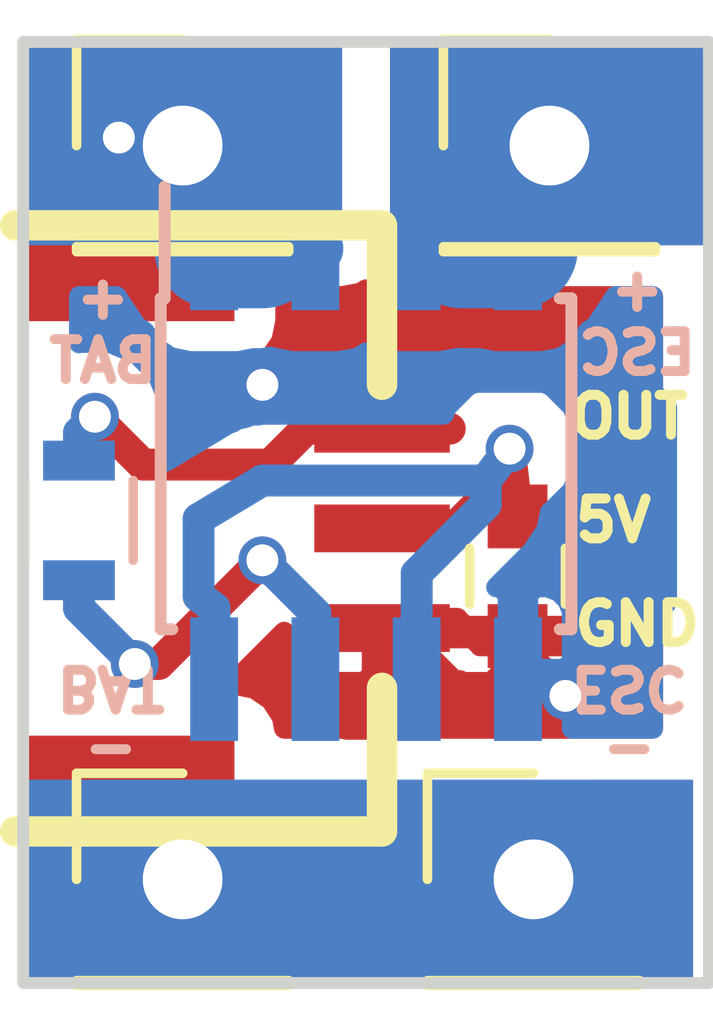
<source format=kicad_pcb>
(kicad_pcb (version 4) (host pcbnew 4.0.7-e2-6376~58~ubuntu16.04.1)

  (general
    (links 14)
    (no_connects 0)
    (area 160.724999 79.724999 169.475001 91.675001)
    (thickness 0.8)
    (drawings 11)
    (tracks 65)
    (zones 0)
    (modules 8)
    (nets 8)
  )

  (page A4)
  (layers
    (0 F.Cu signal)
    (31 B.Cu signal)
    (36 B.SilkS user)
    (37 F.SilkS user)
    (38 B.Mask user)
    (39 F.Mask user)
    (44 Edge.Cuts user)
  )

  (setup
    (last_trace_width 0.25)
    (user_trace_width 0.3)
    (user_trace_width 0.4)
    (user_trace_width 0.5)
    (user_trace_width 0.6)
    (user_trace_width 0.7)
    (user_trace_width 1.5)
    (user_trace_width 2)
    (trace_clearance 0.2)
    (zone_clearance 0.5)
    (zone_45_only no)
    (trace_min 0.2)
    (segment_width 0.2)
    (edge_width 0.15)
    (via_size 0.6)
    (via_drill 0.4)
    (via_min_size 0.4)
    (via_min_drill 0.3)
    (uvia_size 0.3)
    (uvia_drill 0.1)
    (uvias_allowed no)
    (uvia_min_size 0.2)
    (uvia_min_drill 0.1)
    (pcb_text_width 0.125)
    (pcb_text_size 0.5 0.5)
    (mod_edge_width 0.15)
    (mod_text_size 1 1)
    (mod_text_width 0.15)
    (pad_size 2.70002 1.00076)
    (pad_drill 0)
    (pad_to_mask_clearance 0.2)
    (aux_axis_origin 0 0)
    (visible_elements FFFFDF7F)
    (pcbplotparams
      (layerselection 0x00030_80000001)
      (usegerberextensions false)
      (excludeedgelayer true)
      (linewidth 0.100000)
      (plotframeref false)
      (viasonmask false)
      (mode 1)
      (useauxorigin false)
      (hpglpennumber 1)
      (hpglpenspeed 20)
      (hpglpendiameter 15)
      (hpglpenoverlay 2)
      (psnegative false)
      (psa4output false)
      (plotreference true)
      (plotvalue true)
      (plotinvisibletext false)
      (padsonsilk false)
      (subtractmaskfromsilk false)
      (outputformat 1)
      (mirror false)
      (drillshape 1)
      (scaleselection 1)
      (outputdirectory ""))
  )

  (net 0 "")
  (net 1 /GND)
  (net 2 /+5V)
  (net 3 /ESC_BATT_GND)
  (net 4 /ESC_OUT)
  (net 5 /BATT_IN)
  (net 6 /IOUT)
  (net 7 "Net-(R1-Pad2)")

  (net_class Default "This is the default net class."
    (clearance 0.2)
    (trace_width 0.25)
    (via_dia 0.6)
    (via_drill 0.4)
    (uvia_dia 0.3)
    (uvia_drill 0.1)
    (add_net /+5V)
    (add_net /BATT_IN)
    (add_net /ESC_BATT_GND)
    (add_net /ESC_OUT)
    (add_net /GND)
    (add_net /IOUT)
    (add_net "Net-(R1-Pad2)")
  )

  (module Capacitors_SMD:C_0603 (layer F.Cu) (tedit 5B2A202D) (tstamp 5B296024)
    (at 167 86.5 270)
    (descr "Capacitor SMD 0603, reflow soldering, AVX (see smccp.pdf)")
    (tags "capacitor 0603")
    (path /5B294D41)
    (attr smd)
    (fp_text reference C1 (at 0 -1.5 270) (layer F.SilkS) hide
      (effects (font (size 1 1) (thickness 0.15)))
    )
    (fp_text value C (at 0 1.5 270) (layer F.Fab) hide
      (effects (font (size 1 1) (thickness 0.15)))
    )
    (fp_line (start 1.4 0.65) (end -1.4 0.65) (layer F.CrtYd) (width 0.05))
    (fp_line (start 1.4 0.65) (end 1.4 -0.65) (layer F.CrtYd) (width 0.05))
    (fp_line (start -1.4 -0.65) (end -1.4 0.65) (layer F.CrtYd) (width 0.05))
    (fp_line (start -1.4 -0.65) (end 1.4 -0.65) (layer F.CrtYd) (width 0.05))
    (fp_line (start 0.35 0.6) (end -0.35 0.6) (layer F.SilkS) (width 0.12))
    (fp_line (start -0.35 -0.6) (end 0.35 -0.6) (layer F.SilkS) (width 0.12))
    (fp_line (start -0.8 -0.4) (end 0.8 -0.4) (layer F.Fab) (width 0.1))
    (fp_line (start 0.8 -0.4) (end 0.8 0.4) (layer F.Fab) (width 0.1))
    (fp_line (start 0.8 0.4) (end -0.8 0.4) (layer F.Fab) (width 0.1))
    (fp_line (start -0.8 0.4) (end -0.8 -0.4) (layer F.Fab) (width 0.1))
    (fp_text user %R (at 0 0 270) (layer F.Fab) hide
      (effects (font (size 0.3 0.3) (thickness 0.075)))
    )
    (pad 2 smd rect (at 0.75 0 270) (size 0.8 0.75) (layers F.Cu F.Mask)
      (net 1 /GND))
    (pad 1 smd rect (at -0.75 0 270) (size 0.8 0.75) (layers F.Cu F.Mask)
      (net 2 /+5V))
    (model Capacitors_SMD.3dshapes/C_0603.wrl
      (at (xyz 0 0 0))
      (scale (xyz 1 1 1))
      (rotate (xyz 0 0 0))
    )
  )

  (module Pin_Headers:Pin_Header_Straight_1x01_Pitch2.54mm (layer F.Cu) (tedit 5B2A20B9) (tstamp 5B296029)
    (at 167.2 90.3)
    (descr "Through hole straight pin header, 1x01, 2.54mm pitch, single row")
    (tags "Through hole pin header THT 1x01 2.54mm single row")
    (path /5B295057)
    (fp_text reference J1 (at 0 -2.33) (layer F.SilkS) hide
      (effects (font (size 1 1) (thickness 0.15)))
    )
    (fp_text value PAD (at 0 2.33) (layer F.Fab) hide
      (effects (font (size 1 1) (thickness 0.15)))
    )
    (fp_line (start -0.635 -1.27) (end 1.27 -1.27) (layer F.Fab) (width 0.1))
    (fp_line (start 1.27 -1.27) (end 1.27 1.27) (layer F.Fab) (width 0.1))
    (fp_line (start 1.27 1.27) (end -1.27 1.27) (layer F.Fab) (width 0.1))
    (fp_line (start -1.27 1.27) (end -1.27 -0.635) (layer F.Fab) (width 0.1))
    (fp_line (start -1.27 -0.635) (end -0.635 -1.27) (layer F.Fab) (width 0.1))
    (fp_line (start -1.33 1.33) (end 1.33 1.33) (layer F.SilkS) (width 0.12))
    (fp_line (start -1.33 1.27) (end -1.33 1.33) (layer F.SilkS) (width 0.12))
    (fp_line (start 1.33 1.27) (end 1.33 1.33) (layer F.SilkS) (width 0.12))
    (fp_line (start -1.33 1.27) (end 1.33 1.27) (layer F.SilkS) (width 0.12))
    (fp_line (start -1.33 0) (end -1.33 -1.33) (layer F.SilkS) (width 0.12))
    (fp_line (start -1.33 -1.33) (end 0 -1.33) (layer F.SilkS) (width 0.12))
    (fp_line (start -1.8 -1.8) (end -1.8 1.8) (layer F.CrtYd) (width 0.05))
    (fp_line (start -1.8 1.8) (end 1.8 1.8) (layer F.CrtYd) (width 0.05))
    (fp_line (start 1.8 1.8) (end 1.8 -1.8) (layer F.CrtYd) (width 0.05))
    (fp_line (start 1.8 -1.8) (end -1.8 -1.8) (layer F.CrtYd) (width 0.05))
    (fp_text user %R (at 0 0 90) (layer F.Fab) hide
      (effects (font (size 1 1) (thickness 0.15)))
    )
    (pad 1 thru_hole rect (at 0 0) (size 4 2.5) (drill 1) (layers *.Cu *.Mask)
      (net 3 /ESC_BATT_GND))
    (model ${KISYS3DMOD}/Pin_Headers.3dshapes/Pin_Header_Straight_1x01_Pitch2.54mm.wrl
      (at (xyz 0 0 0))
      (scale (xyz 1 1 1))
      (rotate (xyz 0 0 0))
    )
  )

  (module Pin_Headers:Pin_Header_Straight_1x01_Pitch2.54mm (layer F.Cu) (tedit 5B2A27FA) (tstamp 5B29602E)
    (at 167.4 81.1)
    (descr "Through hole straight pin header, 1x01, 2.54mm pitch, single row")
    (tags "Through hole pin header THT 1x01 2.54mm single row")
    (path /5B294EC0)
    (fp_text reference J2 (at 0 -2.33) (layer F.SilkS) hide
      (effects (font (size 1 1) (thickness 0.15)))
    )
    (fp_text value PAD (at 0 2.33) (layer F.Fab) hide
      (effects (font (size 1 1) (thickness 0.15)))
    )
    (fp_line (start -0.635 -1.27) (end 1.27 -1.27) (layer F.Fab) (width 0.1))
    (fp_line (start 1.27 -1.27) (end 1.27 1.27) (layer F.Fab) (width 0.1))
    (fp_line (start 1.27 1.27) (end -1.27 1.27) (layer F.Fab) (width 0.1))
    (fp_line (start -1.27 1.27) (end -1.27 -0.635) (layer F.Fab) (width 0.1))
    (fp_line (start -1.27 -0.635) (end -0.635 -1.27) (layer F.Fab) (width 0.1))
    (fp_line (start -1.33 1.33) (end 1.33 1.33) (layer F.SilkS) (width 0.12))
    (fp_line (start -1.33 1.27) (end -1.33 1.33) (layer F.SilkS) (width 0.12))
    (fp_line (start 1.33 1.27) (end 1.33 1.33) (layer F.SilkS) (width 0.12))
    (fp_line (start -1.33 1.27) (end 1.33 1.27) (layer F.SilkS) (width 0.12))
    (fp_line (start -1.33 0) (end -1.33 -1.33) (layer F.SilkS) (width 0.12))
    (fp_line (start -1.33 -1.33) (end 0 -1.33) (layer F.SilkS) (width 0.12))
    (fp_line (start -1.8 -1.8) (end -1.8 1.8) (layer F.CrtYd) (width 0.05))
    (fp_line (start -1.8 1.8) (end 1.8 1.8) (layer F.CrtYd) (width 0.05))
    (fp_line (start 1.8 1.8) (end 1.8 -1.8) (layer F.CrtYd) (width 0.05))
    (fp_line (start 1.8 -1.8) (end -1.8 -1.8) (layer F.CrtYd) (width 0.05))
    (fp_text user %R (at 0 0 90) (layer F.Fab) hide
      (effects (font (size 1 1) (thickness 0.15)))
    )
    (pad 1 thru_hole rect (at 0 0) (size 4 2.5) (drill 1) (layers *.Cu *.Mask)
      (net 4 /ESC_OUT))
    (model ${KISYS3DMOD}/Pin_Headers.3dshapes/Pin_Header_Straight_1x01_Pitch2.54mm.wrl
      (at (xyz 0 0 0))
      (scale (xyz 1 1 1))
      (rotate (xyz 0 0 0))
    )
  )

  (module Pin_Headers:Pin_Header_Straight_1x01_Pitch2.54mm (layer F.Cu) (tedit 5B2A1FC4) (tstamp 5B296033)
    (at 162.8 90.3)
    (descr "Through hole straight pin header, 1x01, 2.54mm pitch, single row")
    (tags "Through hole pin header THT 1x01 2.54mm single row")
    (path /5B294F6B)
    (fp_text reference J3 (at 0 -2.33) (layer F.SilkS) hide
      (effects (font (size 1 1) (thickness 0.15)))
    )
    (fp_text value PAD (at 0 2.33) (layer F.Fab) hide
      (effects (font (size 1 1) (thickness 0.15)))
    )
    (fp_line (start -0.635 -1.27) (end 1.27 -1.27) (layer F.Fab) (width 0.1))
    (fp_line (start 1.27 -1.27) (end 1.27 1.27) (layer F.Fab) (width 0.1))
    (fp_line (start 1.27 1.27) (end -1.27 1.27) (layer F.Fab) (width 0.1))
    (fp_line (start -1.27 1.27) (end -1.27 -0.635) (layer F.Fab) (width 0.1))
    (fp_line (start -1.27 -0.635) (end -0.635 -1.27) (layer F.Fab) (width 0.1))
    (fp_line (start -1.33 1.33) (end 1.33 1.33) (layer F.SilkS) (width 0.12))
    (fp_line (start -1.33 1.27) (end -1.33 1.33) (layer F.SilkS) (width 0.12))
    (fp_line (start 1.33 1.27) (end 1.33 1.33) (layer F.SilkS) (width 0.12))
    (fp_line (start -1.33 1.27) (end 1.33 1.27) (layer F.SilkS) (width 0.12))
    (fp_line (start -1.33 0) (end -1.33 -1.33) (layer F.SilkS) (width 0.12))
    (fp_line (start -1.33 -1.33) (end 0 -1.33) (layer F.SilkS) (width 0.12))
    (fp_line (start -1.8 -1.8) (end -1.8 1.8) (layer F.CrtYd) (width 0.05))
    (fp_line (start -1.8 1.8) (end 1.8 1.8) (layer F.CrtYd) (width 0.05))
    (fp_line (start 1.8 1.8) (end 1.8 -1.8) (layer F.CrtYd) (width 0.05))
    (fp_line (start 1.8 -1.8) (end -1.8 -1.8) (layer F.CrtYd) (width 0.05))
    (fp_text user %R (at 0 0 90) (layer F.Fab) hide
      (effects (font (size 1 1) (thickness 0.15)))
    )
    (pad 1 thru_hole rect (at 0 0) (size 4 2.5) (drill 1) (layers *.Cu *.Mask)
      (net 3 /ESC_BATT_GND))
    (model ${KISYS3DMOD}/Pin_Headers.3dshapes/Pin_Header_Straight_1x01_Pitch2.54mm.wrl
      (at (xyz 0 0 0))
      (scale (xyz 1 1 1))
      (rotate (xyz 0 0 0))
    )
  )

  (module Pin_Headers:Pin_Header_Straight_1x01_Pitch2.54mm (layer F.Cu) (tedit 5B2A2019) (tstamp 5B296038)
    (at 162.8 81.1)
    (descr "Through hole straight pin header, 1x01, 2.54mm pitch, single row")
    (tags "Through hole pin header THT 1x01 2.54mm single row")
    (path /5B294FD2)
    (fp_text reference J4 (at 0 -2.33) (layer F.SilkS) hide
      (effects (font (size 1 1) (thickness 0.15)))
    )
    (fp_text value PAD (at 0 2.33) (layer F.Fab) hide
      (effects (font (size 1 1) (thickness 0.15)))
    )
    (fp_line (start -0.635 -1.27) (end 1.27 -1.27) (layer F.Fab) (width 0.1))
    (fp_line (start 1.27 -1.27) (end 1.27 1.27) (layer F.Fab) (width 0.1))
    (fp_line (start 1.27 1.27) (end -1.27 1.27) (layer F.Fab) (width 0.1))
    (fp_line (start -1.27 1.27) (end -1.27 -0.635) (layer F.Fab) (width 0.1))
    (fp_line (start -1.27 -0.635) (end -0.635 -1.27) (layer F.Fab) (width 0.1))
    (fp_line (start -1.33 1.33) (end 1.33 1.33) (layer F.SilkS) (width 0.12))
    (fp_line (start -1.33 1.27) (end -1.33 1.33) (layer F.SilkS) (width 0.12))
    (fp_line (start 1.33 1.27) (end 1.33 1.33) (layer F.SilkS) (width 0.12))
    (fp_line (start -1.33 1.27) (end 1.33 1.27) (layer F.SilkS) (width 0.12))
    (fp_line (start -1.33 0) (end -1.33 -1.33) (layer F.SilkS) (width 0.12))
    (fp_line (start -1.33 -1.33) (end 0 -1.33) (layer F.SilkS) (width 0.12))
    (fp_line (start -1.8 -1.8) (end -1.8 1.8) (layer F.CrtYd) (width 0.05))
    (fp_line (start -1.8 1.8) (end 1.8 1.8) (layer F.CrtYd) (width 0.05))
    (fp_line (start 1.8 1.8) (end 1.8 -1.8) (layer F.CrtYd) (width 0.05))
    (fp_line (start 1.8 -1.8) (end -1.8 -1.8) (layer F.CrtYd) (width 0.05))
    (fp_text user %R (at 0 0 90) (layer F.Fab) hide
      (effects (font (size 1 1) (thickness 0.15)))
    )
    (pad 1 thru_hole rect (at 0 0) (size 4 2.5) (drill 1) (layers *.Cu *.Mask)
      (net 5 /BATT_IN))
    (model ${KISYS3DMOD}/Pin_Headers.3dshapes/Pin_Header_Straight_1x01_Pitch2.54mm.wrl
      (at (xyz 0 0 0))
      (scale (xyz 1 1 1))
      (rotate (xyz 0 0 0))
    )
  )

  (module jst_gh3_horz:JST_GH3_horz (layer F.Cu) (tedit 5B2A3F65) (tstamp 5B296041)
    (at 163.7 85.9)
    (path /5B294981)
    (fp_text reference J5 (at 0 -0.20066 90) (layer F.SilkS) hide
      (effects (font (size 0.50038 0.50038) (thickness 0.12446)))
    )
    (fp_text value JST-GH-3 (at -1.39954 -4.59994) (layer F.SilkS) hide
      (effects (font (size 0.50038 0.50038) (thickness 0.12446)))
    )
    (fp_line (start 1.6002 1.99898) (end 1.6002 3.79984) (layer F.SilkS) (width 0.381))
    (fp_line (start 1.6002 3.79984) (end -2.99974 3.79984) (layer F.SilkS) (width 0.381))
    (fp_line (start 1.6002 -1.80086) (end 1.6002 -3.79984) (layer F.SilkS) (width 0.381))
    (fp_line (start 1.6002 -3.79984) (end -2.99974 -3.79984) (layer F.SilkS) (width 0.381))
    (pad 2 smd rect (at 1.6002 0 270) (size 0.59944 1.69926) (layers F.Cu F.Mask)
      (net 2 /+5V))
    (pad 3 smd rect (at 1.6002 1.24968 270) (size 0.59944 1.69926) (layers F.Cu F.Mask)
      (net 1 /GND))
    (pad 1 smd rect (at 1.6002 -1.24968 270) (size 0.59944 1.69926) (layers F.Cu F.Mask)
      (net 6 /IOUT))
    (pad "" smd rect (at -1.6002 -3.0988) (size 2.70002 1.00076) (layers F.Cu F.Mask)
      (net 5 /BATT_IN))
    (pad "" smd rect (at -1.6002 3.0988) (size 2.70002 1.00076) (layers F.Cu F.Mask)
      (net 3 /ESC_BATT_GND))
  )

  (module Housings_SOIC:SOIC-8_3.9x4.9mm_Pitch1.27mm (layer B.Cu) (tedit 5B2A2047) (tstamp 5B296FE3)
    (at 165.1 85.09 270)
    (descr "8-Lead Plastic Small Outline (SN) - Narrow, 3.90 mm Body [SOIC] (see Microchip Packaging Specification 00000049BS.pdf)")
    (tags "SOIC 1.27")
    (path /5B2948FD)
    (attr smd)
    (fp_text reference U1 (at 0 3.5 270) (layer B.SilkS) hide
      (effects (font (size 1 1) (thickness 0.15)) (justify mirror))
    )
    (fp_text value ACS723 (at 0 -3.5 270) (layer B.Fab) hide
      (effects (font (size 1 1) (thickness 0.15)) (justify mirror))
    )
    (fp_text user %R (at 0 0 270) (layer B.Fab) hide
      (effects (font (size 1 1) (thickness 0.15)) (justify mirror))
    )
    (fp_line (start -0.95 2.45) (end 1.95 2.45) (layer B.Fab) (width 0.1))
    (fp_line (start 1.95 2.45) (end 1.95 -2.45) (layer B.Fab) (width 0.1))
    (fp_line (start 1.95 -2.45) (end -1.95 -2.45) (layer B.Fab) (width 0.1))
    (fp_line (start -1.95 -2.45) (end -1.95 1.45) (layer B.Fab) (width 0.1))
    (fp_line (start -1.95 1.45) (end -0.95 2.45) (layer B.Fab) (width 0.1))
    (fp_line (start -3.73 2.7) (end -3.73 -2.7) (layer B.CrtYd) (width 0.05))
    (fp_line (start 3.73 2.7) (end 3.73 -2.7) (layer B.CrtYd) (width 0.05))
    (fp_line (start -3.73 2.7) (end 3.73 2.7) (layer B.CrtYd) (width 0.05))
    (fp_line (start -3.73 -2.7) (end 3.73 -2.7) (layer B.CrtYd) (width 0.05))
    (fp_line (start -2.075 2.575) (end -2.075 2.525) (layer B.SilkS) (width 0.15))
    (fp_line (start 2.075 2.575) (end 2.075 2.43) (layer B.SilkS) (width 0.15))
    (fp_line (start 2.075 -2.575) (end 2.075 -2.43) (layer B.SilkS) (width 0.15))
    (fp_line (start -2.075 -2.575) (end -2.075 -2.43) (layer B.SilkS) (width 0.15))
    (fp_line (start -2.075 2.575) (end 2.075 2.575) (layer B.SilkS) (width 0.15))
    (fp_line (start -2.075 -2.575) (end 2.075 -2.575) (layer B.SilkS) (width 0.15))
    (fp_line (start -2.075 2.525) (end -3.475 2.525) (layer B.SilkS) (width 0.15))
    (pad 1 smd rect (at -2.7 1.905 270) (size 1.55 0.6) (layers B.Cu B.Mask)
      (net 5 /BATT_IN))
    (pad 2 smd rect (at -2.7 0.635 270) (size 1.55 0.6) (layers B.Cu B.Mask)
      (net 5 /BATT_IN))
    (pad 3 smd rect (at -2.7 -0.635 270) (size 1.55 0.6) (layers B.Cu B.Mask)
      (net 4 /ESC_OUT))
    (pad 4 smd rect (at -2.7 -1.905 270) (size 1.55 0.6) (layers B.Cu B.Mask)
      (net 4 /ESC_OUT))
    (pad 5 smd rect (at 2.7 -1.905 270) (size 1.55 0.6) (layers B.Cu B.Mask)
      (net 1 /GND))
    (pad 6 smd rect (at 2.7 -0.635 270) (size 1.55 0.6) (layers B.Cu B.Mask)
      (net 2 /+5V))
    (pad 7 smd rect (at 2.7 0.635 270) (size 1.55 0.6) (layers B.Cu B.Mask)
      (net 7 "Net-(R1-Pad2)"))
    (pad 8 smd rect (at 2.7 1.905 270) (size 1.55 0.6) (layers B.Cu B.Mask)
      (net 2 /+5V))
    (model ${KISYS3DMOD}/Housings_SOIC.3dshapes/SOIC-8_3.9x4.9mm_Pitch1.27mm.wrl
      (at (xyz 0 0 0))
      (scale (xyz 1 1 1))
      (rotate (xyz 0 0 0))
    )
  )

  (module Resistors_SMD:R_0603 (layer B.Cu) (tedit 5B2A3F85) (tstamp 5B2A3DF4)
    (at 161.5 85.8 270)
    (descr "Resistor SMD 0603, reflow soldering, Vishay (see dcrcw.pdf)")
    (tags "resistor 0603")
    (path /5B2A3D2A)
    (attr smd)
    (fp_text reference R1 (at 0 1.45 270) (layer B.SilkS) hide
      (effects (font (size 1 1) (thickness 0.15)) (justify mirror))
    )
    (fp_text value R (at 0 -1.5 270) (layer B.Fab) hide
      (effects (font (size 1 1) (thickness 0.15)) (justify mirror))
    )
    (fp_text user %R (at 0 0 270) (layer B.Fab)
      (effects (font (size 0.4 0.4) (thickness 0.075)) (justify mirror))
    )
    (fp_line (start -0.8 -0.4) (end -0.8 0.4) (layer B.Fab) (width 0.1))
    (fp_line (start 0.8 -0.4) (end -0.8 -0.4) (layer B.Fab) (width 0.1))
    (fp_line (start 0.8 0.4) (end 0.8 -0.4) (layer B.Fab) (width 0.1))
    (fp_line (start -0.8 0.4) (end 0.8 0.4) (layer B.Fab) (width 0.1))
    (fp_line (start 0.5 -0.68) (end -0.5 -0.68) (layer B.SilkS) (width 0.12))
    (fp_line (start -0.5 0.68) (end 0.5 0.68) (layer B.SilkS) (width 0.12))
    (fp_line (start -1.25 0.7) (end 1.25 0.7) (layer B.CrtYd) (width 0.05))
    (fp_line (start -1.25 0.7) (end -1.25 -0.7) (layer B.CrtYd) (width 0.05))
    (fp_line (start 1.25 -0.7) (end 1.25 0.7) (layer B.CrtYd) (width 0.05))
    (fp_line (start 1.25 -0.7) (end -1.25 -0.7) (layer B.CrtYd) (width 0.05))
    (pad 1 smd rect (at -0.75 0 270) (size 0.5 0.9) (layers B.Cu B.Mask)
      (net 6 /IOUT))
    (pad 2 smd rect (at 0.75 0 270) (size 0.5 0.9) (layers B.Cu B.Mask)
      (net 7 "Net-(R1-Pad2)"))
    (model ${KISYS3DMOD}/Resistors_SMD.3dshapes/R_0603.wrl
      (at (xyz 0 0 0))
      (scale (xyz 1 1 1))
      (rotate (xyz 0 0 0))
    )
  )

  (gr_text "-\nESC" (at 168.4 88.3 180) (layer B.SilkS)
    (effects (font (size 0.5 0.5) (thickness 0.125)) (justify mirror))
  )
  (gr_text "-\nBAT" (at 161.9 88.3 180) (layer B.SilkS)
    (effects (font (size 0.5 0.5) (thickness 0.125)) (justify mirror))
  )
  (gr_text "+\nBAT" (at 161.8 83.4) (layer B.SilkS)
    (effects (font (size 0.5 0.5) (thickness 0.125)) (justify mirror))
  )
  (gr_text "+\nESC" (at 168.5 83.3) (layer B.SilkS)
    (effects (font (size 0.5 0.5) (thickness 0.125)) (justify mirror))
  )
  (gr_text GND (at 168.5 87.1) (layer F.SilkS)
    (effects (font (size 0.5 0.5) (thickness 0.125)))
  )
  (gr_text 5V (at 168.2 85.8) (layer F.SilkS)
    (effects (font (size 0.5 0.5) (thickness 0.125)))
  )
  (gr_text OUT (at 168.4 84.5) (layer F.SilkS)
    (effects (font (size 0.5 0.5) (thickness 0.125)))
  )
  (gr_line (start 160.8 91.6) (end 160.8 79.8) (angle 90) (layer Edge.Cuts) (width 0.15))
  (gr_line (start 169.4 91.6) (end 160.8 91.6) (angle 90) (layer Edge.Cuts) (width 0.15))
  (gr_line (start 169.4 79.8) (end 169.4 91.6) (angle 90) (layer Edge.Cuts) (width 0.15))
  (gr_line (start 160.8 79.8) (end 169.4 79.8) (angle 90) (layer Edge.Cuts) (width 0.15))

  (segment (start 168.8 86.8) (end 167.6 88) (width 0.4) (layer B.Cu) (net 1) (tstamp 5B2A3A81))
  (segment (start 168.8 84.4) (end 168.8 86.8) (width 0.4) (layer B.Cu) (net 1) (tstamp 5B2A3A7D))
  (segment (start 168.4 84) (end 168.8 84.4) (width 0.4) (layer B.Cu) (net 1) (tstamp 5B2A3A7B))
  (segment (start 163.9 84) (end 168.4 84) (width 0.4) (layer B.Cu) (net 1) (tstamp 5B2A3A79))
  (segment (start 163.8 84.1) (end 163.9 84) (width 0.4) (layer B.Cu) (net 1) (tstamp 5B2A3A78))
  (via (at 163.8 84.1) (size 0.6) (drill 0.4) (layers F.Cu B.Cu) (net 1))
  (segment (start 167 87.25) (end 167 87.4) (width 0.4) (layer F.Cu) (net 1))
  (segment (start 167 87.4) (end 167.6 88) (width 0.4) (layer F.Cu) (net 1) (tstamp 5B2A3834))
  (via (at 167.6 88) (size 0.6) (drill 0.4) (layers F.Cu B.Cu) (net 1))
  (segment (start 167.39 87.79) (end 167.005 87.79) (width 0.4) (layer B.Cu) (net 1) (tstamp 5B2A383B))
  (segment (start 167.6 88) (end 167.39 87.79) (width 0.4) (layer B.Cu) (net 1) (tstamp 5B2A383A))
  (segment (start 165.3002 87.14968) (end 165.44968 87.14968) (width 0.4) (layer F.Cu) (net 1))
  (segment (start 165.44968 87.14968) (end 166.2 87.9) (width 0.4) (layer F.Cu) (net 1) (tstamp 5B2A37FD))
  (segment (start 166.2 87.9) (end 166.7 87.9) (width 0.4) (layer F.Cu) (net 1) (tstamp 5B2A37FE))
  (segment (start 166.7 87.9) (end 167 87.6) (width 0.4) (layer F.Cu) (net 1) (tstamp 5B2A37FF))
  (segment (start 167 87.6) (end 167 87.25) (width 0.4) (layer F.Cu) (net 1) (tstamp 5B2A3800))
  (segment (start 166.6 85.3) (end 166.6 85.6) (width 0.4) (layer B.Cu) (net 2))
  (segment (start 165.735 86.465) (end 165.735 87.79) (width 0.4) (layer B.Cu) (net 2) (tstamp 5B2A3C24))
  (segment (start 166.6 85.6) (end 165.735 86.465) (width 0.4) (layer B.Cu) (net 2) (tstamp 5B2A3C20))
  (segment (start 167 85.75) (end 166.9 84.9) (width 0.4) (layer F.Cu) (net 2))
  (segment (start 163 85.78) (end 163 86.75) (width 0.4) (layer B.Cu) (net 2) (tstamp 5B2A382C))
  (segment (start 163 86.75) (end 163.2 86.9) (width 0.4) (layer B.Cu) (net 2) (tstamp 5B2A3EBB))
  (segment (start 163.2 86.9) (end 163.195 87.79) (width 0.4) (layer B.Cu) (net 2) (tstamp 5B2A3F05))
  (segment (start 163.8 85.3) (end 163 85.78) (width 0.4) (layer B.Cu) (net 2) (tstamp 5B2A382B))
  (segment (start 166.6 85.3) (end 163.8 85.3) (width 0.4) (layer B.Cu) (net 2) (tstamp 5B2A381A))
  (segment (start 166.9 84.9) (end 166.6 85.3) (width 0.4) (layer B.Cu) (net 2) (tstamp 5B2A3819))
  (via (at 166.9 84.9) (size 0.6) (drill 0.4) (layers F.Cu B.Cu) (net 2))
  (segment (start 165.3002 85.9) (end 166.2 85.9) (width 0.4) (layer F.Cu) (net 2))
  (segment (start 166.8 85.3) (end 166.8 85.55) (width 0.4) (layer F.Cu) (net 2) (tstamp 5B2A37F9))
  (segment (start 166.2 85.9) (end 166.8 85.3) (width 0.4) (layer F.Cu) (net 2) (tstamp 5B2A37F8))
  (segment (start 166.8 85.55) (end 167 85.75) (width 0.4) (layer F.Cu) (net 2) (tstamp 5B2A37FA))
  (segment (start 162.8 90.3) (end 167.2 90.3) (width 2.5) (layer B.Cu) (net 3))
  (segment (start 162.0998 89.5998) (end 162.8 90.3) (width 0.25) (layer F.Cu) (net 3) (tstamp 5B2A0D6E))
  (segment (start 167.8 90.3) (end 162.5 90.3) (width 2.5) (layer F.Cu) (net 3))
  (segment (start 162.5 90.3) (end 162.5 89.856) (width 0.25) (layer F.Cu) (net 3))
  (segment (start 162.5 89.856) (end 161.3998 89.0988) (width 0.25) (layer F.Cu) (net 3) (tstamp 5B2975EE) (status 20))
  (segment (start 166.3 82.39) (end 166.3 82.2) (width 0.25) (layer B.Cu) (net 4))
  (segment (start 166.3 82.2) (end 167.4 81.1) (width 0.25) (layer B.Cu) (net 4) (tstamp 5B2A0D39))
  (segment (start 165.735 82.39) (end 166.3 82.39) (width 0.7) (layer B.Cu) (net 4))
  (segment (start 166.3 82.39) (end 167.005 82.39) (width 1.5) (layer B.Cu) (net 4) (tstamp 5B2A0D37))
  (segment (start 163.8 82.39) (end 163.8 82.1) (width 0.25) (layer B.Cu) (net 5))
  (segment (start 163.8 82.1) (end 162.8 81.1) (width 0.25) (layer B.Cu) (net 5) (tstamp 5B2A0D33))
  (segment (start 164.465 82.39) (end 163.8 82.39) (width 0.7) (layer B.Cu) (net 5))
  (segment (start 163.8 82.39) (end 163.195 82.39) (width 1.5) (layer B.Cu) (net 5) (tstamp 5B2A0D31))
  (via (at 162 81) (size 0.6) (drill 0.4) (layers F.Cu B.Cu) (net 5) (status 30))
  (segment (start 162.2 80.9) (end 162.178 80.9) (width 0.25) (layer F.Cu) (net 5) (status 30))
  (segment (start 162.178 80.9) (end 161.3998 82.9012) (width 0.25) (layer F.Cu) (net 5) (tstamp 5B2975EA) (status 20))
  (segment (start 161.3998 82.9012) (end 162.2 80.9) (width 0.25) (layer F.Cu) (net 5) (tstamp 5B2975EC) (status 10))
  (segment (start 161.5 85.05) (end 161.5 84.7) (width 0.4) (layer B.Cu) (net 6))
  (segment (start 164.34968 84.65032) (end 165.3002 84.65032) (width 0.4) (layer F.Cu) (net 6) (tstamp 5B2A4012))
  (segment (start 163.9 85.1) (end 164.34968 84.65032) (width 0.4) (layer F.Cu) (net 6) (tstamp 5B2A4011))
  (segment (start 162.3 85.1) (end 163.9 85.1) (width 0.4) (layer F.Cu) (net 6) (tstamp 5B2A400F))
  (segment (start 161.7 84.5) (end 162.3 85.1) (width 0.4) (layer F.Cu) (net 6) (tstamp 5B2A400E))
  (via (at 161.7 84.5) (size 0.6) (drill 0.4) (layers F.Cu B.Cu) (net 6))
  (segment (start 161.5 84.7) (end 161.7 84.5) (width 0.4) (layer B.Cu) (net 6) (tstamp 5B2A4008))
  (segment (start 165.3002 84.65032) (end 166.14968 84.65032) (width 0.4) (layer F.Cu) (net 6))
  (segment (start 164.465 87.79) (end 164.465 86.965) (width 0.4) (layer B.Cu) (net 7))
  (segment (start 161.5 86.9) (end 161.5 86.55) (width 0.4) (layer B.Cu) (net 7) (tstamp 5B2A3FFF))
  (segment (start 162.2 87.6) (end 161.5 86.9) (width 0.4) (layer B.Cu) (net 7) (tstamp 5B2A3FFE))
  (via (at 162.2 87.6) (size 0.6) (drill 0.4) (layers F.Cu B.Cu) (net 7))
  (segment (start 162.5 87.6) (end 162.2 87.6) (width 0.4) (layer F.Cu) (net 7) (tstamp 5B2A3FF9))
  (segment (start 163.8 86.3) (end 162.5 87.6) (width 0.4) (layer F.Cu) (net 7) (tstamp 5B2A3FF8))
  (via (at 163.8 86.3) (size 0.6) (drill 0.4) (layers F.Cu B.Cu) (net 7))
  (segment (start 164.465 86.965) (end 163.8 86.3) (width 0.4) (layer B.Cu) (net 7) (tstamp 5B2A3FF1))
  (segment (start 164.465 87.79) (end 164.465 87.165) (width 0.4) (layer B.Cu) (net 7))

  (zone (net 1) (net_name /GND) (layer F.Cu) (tstamp 5B2A1C0C) (hatch edge 0.508)
    (connect_pads (clearance 0.5))
    (min_thickness 0.254)
    (fill yes (arc_segments 16) (thermal_gap 0.25) (thermal_bridge_width 0.508))
    (polygon
      (pts
        (xy 169.4 91.6) (xy 160.8 91.6) (xy 160.8 79.8) (xy 169.4 79.8)
      )
    )
    (filled_polygon
      (pts
        (xy 165.151283 82.938917) (xy 165.4 82.989283) (xy 168.698 82.989283) (xy 168.698 88.410717) (xy 165.2 88.410717)
        (xy 165.134721 88.423) (xy 164.860656 88.423) (xy 164.8 88.410717) (xy 164.072591 88.410717) (xy 164.045373 88.266068)
        (xy 163.908053 88.052667) (xy 163.698527 87.909503) (xy 163.44981 87.859137) (xy 163.410417 87.859137) (xy 164.07357 87.195985)
        (xy 164.07357 87.276682) (xy 164.167818 87.276682) (xy 164.07357 87.37093) (xy 164.07357 87.52439) (xy 164.130965 87.662953)
        (xy 164.237017 87.769005) (xy 164.37558 87.8264) (xy 165.07895 87.8264) (xy 165.1732 87.73215) (xy 165.1732 87.27668)
        (xy 165.4272 87.27668) (xy 165.4272 87.73215) (xy 165.52145 87.8264) (xy 166.22482 87.8264) (xy 166.280459 87.803353)
        (xy 166.305395 87.863553) (xy 166.411447 87.969605) (xy 166.55001 88.027) (xy 166.77875 88.027) (xy 166.873 87.93275)
        (xy 166.873 87.377) (xy 167.127 87.377) (xy 167.127 87.93275) (xy 167.22125 88.027) (xy 167.44999 88.027)
        (xy 167.588553 87.969605) (xy 167.694605 87.863553) (xy 167.752 87.72499) (xy 167.752 87.47125) (xy 167.65775 87.377)
        (xy 167.127 87.377) (xy 166.873 87.377) (xy 166.52683 87.377) (xy 166.52683 87.37093) (xy 166.43258 87.27668)
        (xy 165.4272 87.27668) (xy 165.1732 87.27668) (xy 165.1532 87.27668) (xy 165.1532 87.02268) (xy 165.1732 87.02268)
        (xy 165.1732 87.00268) (xy 165.4272 87.00268) (xy 165.4272 87.02268) (xy 166.248 87.02268) (xy 166.248 87.02875)
        (xy 166.34225 87.123) (xy 166.873 87.123) (xy 166.873 87.103) (xy 167.127 87.103) (xy 167.127 87.123)
        (xy 167.65775 87.123) (xy 167.752 87.02875) (xy 167.752 86.77501) (xy 167.711929 86.67827) (xy 167.820753 86.608243)
        (xy 167.963917 86.398717) (xy 168.014283 86.15) (xy 168.014283 85.35) (xy 167.970563 85.117648) (xy 167.833243 84.904247)
        (xy 167.827001 84.899982) (xy 167.827161 84.716417) (xy 167.686331 84.375583) (xy 167.425789 84.114586) (xy 167.085201 83.973161)
        (xy 166.716417 83.972839) (xy 166.665392 83.993922) (xy 166.608073 83.904847) (xy 166.398547 83.761683) (xy 166.14983 83.711317)
        (xy 164.45057 83.711317) (xy 164.218218 83.755037) (xy 164.004817 83.892357) (xy 163.988623 83.916058) (xy 163.764903 84.065542)
        (xy 163.557445 84.273) (xy 162.642554 84.273) (xy 162.585751 84.216197) (xy 162.486331 83.975583) (xy 162.451672 83.940863)
        (xy 163.44981 83.940863) (xy 163.682162 83.897143) (xy 163.895563 83.759823) (xy 164.038727 83.550297) (xy 164.089093 83.30158)
        (xy 164.089093 82.989283) (xy 164.8 82.989283) (xy 165.032352 82.945563) (xy 165.09861 82.902927)
      )
    )
  )
  (zone (net 1) (net_name /GND) (layer B.Cu) (tstamp 5B2A1C23) (hatch edge 0.508)
    (connect_pads (clearance 0.5))
    (min_thickness 0.254)
    (fill yes (arc_segments 16) (thermal_gap 0.25) (thermal_bridge_width 0.508))
    (polygon
      (pts
        (xy 169.4 91.6) (xy 160.8 91.6) (xy 160.8 79.8) (xy 169.4 79.8)
      )
    )
    (filled_polygon
      (pts
        (xy 162.221314 83.363686) (xy 162.320359 83.429866) (xy 162.436757 83.610753) (xy 162.646283 83.753917) (xy 162.895 83.804283)
        (xy 163.495 83.804283) (xy 163.693142 83.767) (xy 163.8 83.767) (xy 163.904894 83.746135) (xy 163.916283 83.753917)
        (xy 164.165 83.804283) (xy 164.765 83.804283) (xy 164.997352 83.760563) (xy 165.09966 83.69473) (xy 165.186283 83.753917)
        (xy 165.435 83.804283) (xy 166.035 83.804283) (xy 166.267352 83.760563) (xy 166.26742 83.760519) (xy 166.3 83.767)
        (xy 166.520889 83.767) (xy 166.705 83.804283) (xy 167.305 83.804283) (xy 167.537352 83.760563) (xy 167.750753 83.623243)
        (xy 167.885607 83.42588) (xy 167.978686 83.363686) (xy 168.228854 82.989283) (xy 168.698 82.989283) (xy 168.698 88.410717)
        (xy 167.682 88.410717) (xy 167.682 88.01125) (xy 167.58775 87.917) (xy 167.132 87.917) (xy 167.132 87.937)
        (xy 166.878 87.937) (xy 166.878 87.917) (xy 166.858 87.917) (xy 166.858 87.663) (xy 166.878 87.663)
        (xy 166.878 86.73225) (xy 167.132 86.73225) (xy 167.132 87.663) (xy 167.58775 87.663) (xy 167.682 87.56875)
        (xy 167.682 86.94001) (xy 167.624605 86.801447) (xy 167.518553 86.695395) (xy 167.37999 86.638) (xy 167.22625 86.638)
        (xy 167.132 86.73225) (xy 166.878 86.73225) (xy 166.78375 86.638) (xy 166.731554 86.638) (xy 167.184777 86.184777)
        (xy 167.364048 85.916479) (xy 167.408521 85.692899) (xy 167.424417 85.686331) (xy 167.685414 85.425789) (xy 167.826839 85.085201)
        (xy 167.827161 84.716417) (xy 167.686331 84.375583) (xy 167.425789 84.114586) (xy 167.085201 83.973161) (xy 166.716417 83.972839)
        (xy 166.375583 84.113669) (xy 166.114586 84.374211) (xy 166.073565 84.473) (xy 163.8 84.473) (xy 163.739693 84.484996)
        (xy 163.678279 84.482007) (xy 163.582896 84.516185) (xy 163.483521 84.535952) (xy 163.432396 84.570113) (xy 163.374512 84.590854)
        (xy 162.589283 85.06199) (xy 162.589283 84.8) (xy 162.586129 84.78324) (xy 162.626839 84.685201) (xy 162.627161 84.316417)
        (xy 162.486331 83.975583) (xy 162.225789 83.714586) (xy 161.885201 83.573161) (xy 161.516417 83.572839) (xy 161.502 83.578796)
        (xy 161.502 82.989283) (xy 161.971146 82.989283)
      )
    )
  )
)

</source>
